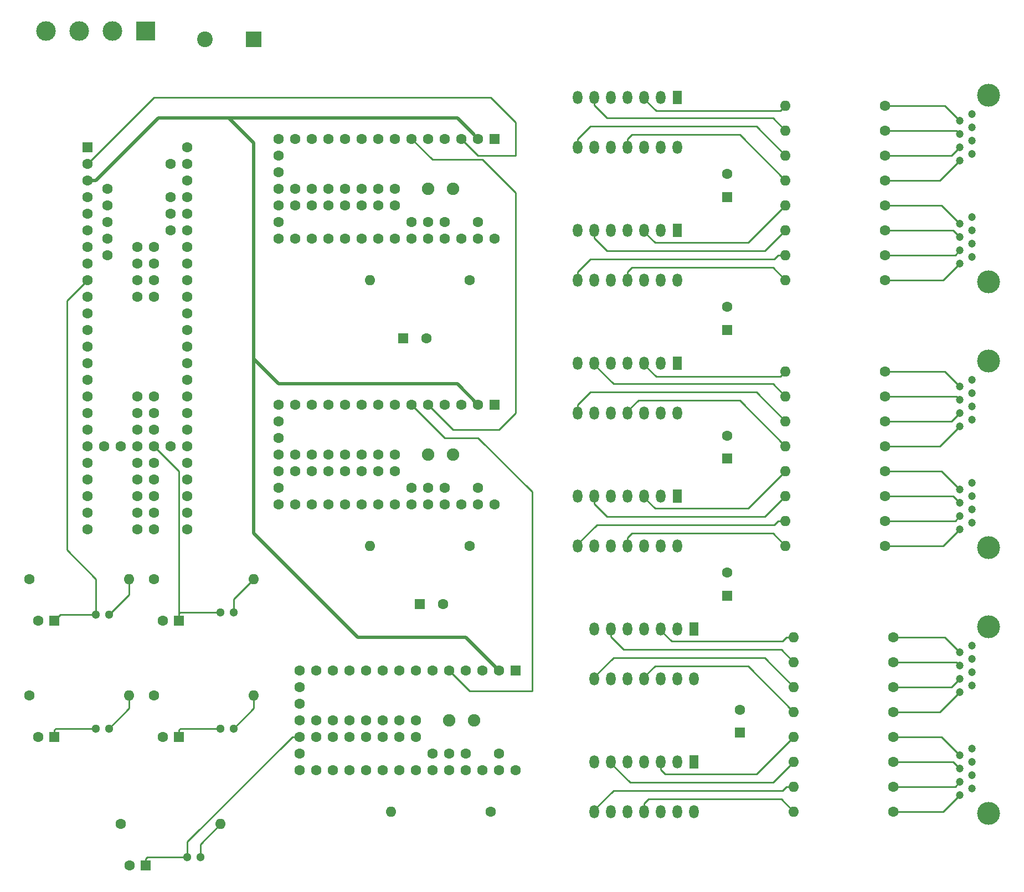
<source format=gbr>
G04 #@! TF.GenerationSoftware,KiCad,Pcbnew,5.1.3-ffb9f22~84~ubuntu18.04.1*
G04 #@! TF.CreationDate,2019-08-01T16:23:33-04:00*
G04 #@! TF.ProjectId,firstPCB,66697273-7450-4434-922e-6b696361645f,rev?*
G04 #@! TF.SameCoordinates,Original*
G04 #@! TF.FileFunction,Copper,L1,Top*
G04 #@! TF.FilePolarity,Positive*
%FSLAX46Y46*%
G04 Gerber Fmt 4.6, Leading zero omitted, Abs format (unit mm)*
G04 Created by KiCad (PCBNEW 5.1.3-ffb9f22~84~ubuntu18.04.1) date 2019-08-01 16:23:33*
%MOMM*%
%LPD*%
G04 APERTURE LIST*
%ADD10C,1.300000*%
%ADD11C,3.500000*%
%ADD12C,1.200000*%
%ADD13O,1.440000X2.000000*%
%ADD14R,1.440000X2.000000*%
%ADD15C,2.400000*%
%ADD16R,2.400000X2.400000*%
%ADD17C,1.600000*%
%ADD18R,1.600000X1.600000*%
%ADD19C,3.000000*%
%ADD20R,3.000000X3.000000*%
%ADD21O,1.600000X1.600000*%
%ADD22C,1.900000*%
%ADD23C,0.250000*%
%ADD24C,0.500000*%
G04 APERTURE END LIST*
D10*
X101060000Y-169298401D03*
X99060000Y-169298401D03*
D11*
X235460000Y-171100000D03*
X235460000Y-199640000D03*
D12*
X231140000Y-181100000D03*
X231140000Y-175010000D03*
X232920000Y-176020000D03*
X232920000Y-178050000D03*
X232920000Y-173990000D03*
X232920000Y-180080000D03*
X231140000Y-179070000D03*
X231140000Y-177040000D03*
X232920000Y-195830000D03*
X232920000Y-189740000D03*
X232920000Y-193800000D03*
X232920000Y-191770000D03*
X231140000Y-190760000D03*
X231140000Y-192790000D03*
X231140000Y-194820000D03*
X231140000Y-196850000D03*
D11*
X235460000Y-130460000D03*
X235460000Y-159000000D03*
D12*
X231140000Y-140460000D03*
X231140000Y-134370000D03*
X232920000Y-135380000D03*
X232920000Y-137410000D03*
X232920000Y-133350000D03*
X232920000Y-139440000D03*
X231140000Y-138430000D03*
X231140000Y-136400000D03*
X232920000Y-155190000D03*
X232920000Y-149100000D03*
X232920000Y-153160000D03*
X232920000Y-151130000D03*
X231140000Y-150120000D03*
X231140000Y-152150000D03*
X231140000Y-154180000D03*
X231140000Y-156210000D03*
D11*
X235460000Y-89820000D03*
X235460000Y-118360000D03*
D12*
X231140000Y-99820000D03*
X231140000Y-93730000D03*
X232920000Y-94740000D03*
X232920000Y-96770000D03*
X232920000Y-92710000D03*
X232920000Y-98800000D03*
X231140000Y-97790000D03*
X231140000Y-95760000D03*
X232920000Y-114550000D03*
X232920000Y-108460000D03*
X232920000Y-112520000D03*
X232920000Y-110490000D03*
X231140000Y-109480000D03*
X231140000Y-111510000D03*
X231140000Y-113540000D03*
X231140000Y-115570000D03*
D13*
X172720000Y-118110000D03*
X172720000Y-110490000D03*
X175260000Y-118110000D03*
X175260000Y-110490000D03*
X177800000Y-118110000D03*
X177800000Y-110490000D03*
X180340000Y-118110000D03*
X180340000Y-110490000D03*
X182880000Y-118110000D03*
X182880000Y-110490000D03*
X185420000Y-118110000D03*
X185420000Y-110490000D03*
X187960000Y-118110000D03*
D14*
X187960000Y-110490000D03*
D15*
X115690000Y-81280000D03*
D16*
X123190000Y-81280000D03*
D17*
X90210000Y-170180000D03*
D18*
X92710000Y-170180000D03*
D17*
X152090000Y-167640000D03*
D18*
X148590000Y-167640000D03*
D17*
X149550000Y-127000000D03*
D18*
X146050000Y-127000000D03*
D17*
X195580000Y-101910000D03*
D18*
X195580000Y-105410000D03*
D17*
X195580000Y-162870000D03*
D18*
X195580000Y-166370000D03*
D17*
X195580000Y-122230000D03*
D18*
X195580000Y-125730000D03*
D17*
X197485000Y-183825000D03*
D18*
X197485000Y-187325000D03*
D17*
X195580000Y-141915000D03*
D18*
X195580000Y-145415000D03*
D17*
X109260000Y-170180000D03*
D18*
X111760000Y-170180000D03*
D17*
X90210000Y-187960000D03*
D18*
X92710000Y-187960000D03*
D17*
X109260000Y-187960000D03*
D18*
X111760000Y-187960000D03*
D17*
X104180000Y-207645000D03*
D18*
X106680000Y-207645000D03*
D19*
X91440000Y-80010000D03*
D20*
X106680000Y-80010000D03*
D19*
X96520000Y-80010000D03*
X101600000Y-80010000D03*
D10*
X120110000Y-168910000D03*
X118110000Y-168910000D03*
X101060000Y-186690000D03*
X99060000Y-186690000D03*
X120110000Y-186690000D03*
X118110000Y-186690000D03*
X115030000Y-206375000D03*
X113030000Y-206375000D03*
D21*
X204470000Y-91440000D03*
D17*
X219710000Y-91440000D03*
D21*
X204470000Y-95250000D03*
D17*
X219710000Y-95250000D03*
D21*
X204470000Y-99060000D03*
D17*
X219710000Y-99060000D03*
D21*
X204470000Y-102870000D03*
D17*
X219710000Y-102870000D03*
D21*
X204470000Y-106680000D03*
D17*
X219710000Y-106680000D03*
D21*
X204470000Y-110490000D03*
D17*
X219710000Y-110490000D03*
D21*
X204470000Y-114300000D03*
D17*
X219710000Y-114300000D03*
D21*
X204470000Y-118110000D03*
D17*
X219710000Y-118110000D03*
D21*
X204470000Y-132080000D03*
D17*
X219710000Y-132080000D03*
D21*
X204470000Y-135890000D03*
D17*
X219710000Y-135890000D03*
D21*
X204470000Y-139700000D03*
D17*
X219710000Y-139700000D03*
D21*
X204470000Y-143510000D03*
D17*
X219710000Y-143510000D03*
D21*
X204470000Y-147320000D03*
D17*
X219710000Y-147320000D03*
D21*
X204470000Y-151130000D03*
D17*
X219710000Y-151130000D03*
D21*
X204470000Y-154940000D03*
D17*
X219710000Y-154940000D03*
D21*
X204470000Y-158750000D03*
D17*
X219710000Y-158750000D03*
D21*
X205740000Y-172720000D03*
D17*
X220980000Y-172720000D03*
D21*
X205740000Y-176530000D03*
D17*
X220980000Y-176530000D03*
D21*
X205740000Y-180340000D03*
D17*
X220980000Y-180340000D03*
D21*
X205740000Y-184150000D03*
D17*
X220980000Y-184150000D03*
D21*
X205740000Y-187960000D03*
D17*
X220980000Y-187960000D03*
D21*
X205740000Y-191770000D03*
D17*
X220980000Y-191770000D03*
D21*
X205740000Y-195580000D03*
D17*
X220980000Y-195580000D03*
D21*
X205740000Y-199390000D03*
D17*
X220980000Y-199390000D03*
D21*
X144145000Y-199390000D03*
D17*
X159385000Y-199390000D03*
D21*
X140970000Y-158750000D03*
D17*
X156210000Y-158750000D03*
D21*
X140970000Y-118110000D03*
D17*
X156210000Y-118110000D03*
D21*
X104140000Y-163830000D03*
D17*
X88900000Y-163830000D03*
D21*
X123190000Y-163830000D03*
D17*
X107950000Y-163830000D03*
D21*
X104140000Y-181610000D03*
D17*
X88900000Y-181610000D03*
D21*
X123190000Y-181610000D03*
D17*
X107950000Y-181610000D03*
D21*
X118110000Y-201295000D03*
D17*
X102870000Y-201295000D03*
X97790000Y-138430000D03*
X97790000Y-140970000D03*
X97790000Y-143510000D03*
X97790000Y-146050000D03*
X97790000Y-135890000D03*
X97790000Y-133350000D03*
X97790000Y-130810000D03*
X97790000Y-148590000D03*
X97790000Y-151130000D03*
X97790000Y-153670000D03*
X97790000Y-156210000D03*
X100330000Y-143510000D03*
X102870000Y-143510000D03*
X105410000Y-143510000D03*
X107950000Y-143510000D03*
X110490000Y-143510000D03*
X113030000Y-156210000D03*
X113030000Y-153670000D03*
X113030000Y-151130000D03*
X113030000Y-148590000D03*
X113030000Y-146050000D03*
X113030000Y-143510000D03*
X113030000Y-140970000D03*
X113030000Y-138430000D03*
X97790000Y-128270000D03*
X97790000Y-125730000D03*
X97790000Y-123190000D03*
X97790000Y-120650000D03*
X97790000Y-118110000D03*
X97790000Y-115570000D03*
X97790000Y-113030000D03*
X97790000Y-110490000D03*
X97790000Y-107950000D03*
X97790000Y-105410000D03*
X97790000Y-102870000D03*
X97790000Y-100330000D03*
D18*
X97790000Y-97790000D03*
D17*
X113030000Y-135890000D03*
X113030000Y-133350000D03*
X113030000Y-130810000D03*
X113030000Y-128270000D03*
X113030000Y-125730000D03*
X113030000Y-123190000D03*
X113030000Y-120650000D03*
X113030000Y-118110000D03*
X113030000Y-115570000D03*
X113030000Y-113030000D03*
X113030000Y-110490000D03*
X113030000Y-107950000D03*
X113030000Y-105410000D03*
X113030000Y-102870000D03*
X113030000Y-100330000D03*
X113030000Y-97790000D03*
X110490000Y-100330000D03*
X110490000Y-105410000D03*
X110490000Y-107950000D03*
X110490000Y-110490000D03*
X105410000Y-113030000D03*
X105410000Y-115570000D03*
X105410000Y-118110000D03*
X105410000Y-120650000D03*
X105410000Y-135890000D03*
X105410000Y-138430000D03*
X105410000Y-140970000D03*
X105410000Y-146050000D03*
X105410000Y-148590000D03*
X105410000Y-151130000D03*
X105410000Y-153670000D03*
X105410000Y-156210000D03*
X107950000Y-156210000D03*
X107950000Y-153670000D03*
X107950000Y-151130000D03*
X107950000Y-148590000D03*
X107950000Y-146050000D03*
X107950000Y-140970000D03*
X107950000Y-138430000D03*
X107950000Y-135890000D03*
X107950000Y-120650000D03*
X107950000Y-118110000D03*
X107950000Y-115570000D03*
X107950000Y-113030000D03*
X100790000Y-104140000D03*
X100790000Y-106680000D03*
X100790000Y-109220000D03*
X100790000Y-111760000D03*
X100790000Y-114300000D03*
X127000000Y-104140000D03*
X127000000Y-106680000D03*
X127000000Y-109220000D03*
X127000000Y-111760000D03*
X127000000Y-101600000D03*
X127000000Y-99060000D03*
X127000000Y-96520000D03*
X129540000Y-111760000D03*
X132080000Y-111760000D03*
X134620000Y-111760000D03*
X137160000Y-111760000D03*
X139700000Y-111760000D03*
X142240000Y-111760000D03*
X144780000Y-111760000D03*
X147320000Y-111760000D03*
X149860000Y-111760000D03*
X152400000Y-111760000D03*
X154940000Y-111760000D03*
X157480000Y-111760000D03*
X160020000Y-111760000D03*
X157480000Y-109220000D03*
X152400000Y-109220000D03*
X149860000Y-109220000D03*
X147320000Y-109220000D03*
X129540000Y-96520000D03*
X132080000Y-96520000D03*
X134620000Y-96520000D03*
X137160000Y-96520000D03*
X139700000Y-96520000D03*
X142240000Y-96520000D03*
X144780000Y-96520000D03*
X147320000Y-96520000D03*
X149860000Y-96520000D03*
X152400000Y-96520000D03*
X154940000Y-96520000D03*
X157480000Y-96520000D03*
D18*
X160020000Y-96520000D03*
D17*
X144780000Y-104140000D03*
X142240000Y-104140000D03*
X139700000Y-104140000D03*
X137160000Y-104140000D03*
X134620000Y-104140000D03*
X132080000Y-104140000D03*
X129540000Y-104140000D03*
X129540000Y-106680000D03*
X132080000Y-106680000D03*
X134620000Y-106680000D03*
X137160000Y-106680000D03*
X139700000Y-106680000D03*
X142240000Y-106680000D03*
X144780000Y-106680000D03*
D22*
X149860000Y-104140000D03*
X153670000Y-104140000D03*
D17*
X127000000Y-144780000D03*
X127000000Y-147320000D03*
X127000000Y-149860000D03*
X127000000Y-152400000D03*
X127000000Y-142240000D03*
X127000000Y-139700000D03*
X127000000Y-137160000D03*
X129540000Y-152400000D03*
X132080000Y-152400000D03*
X134620000Y-152400000D03*
X137160000Y-152400000D03*
X139700000Y-152400000D03*
X142240000Y-152400000D03*
X144780000Y-152400000D03*
X147320000Y-152400000D03*
X149860000Y-152400000D03*
X152400000Y-152400000D03*
X154940000Y-152400000D03*
X157480000Y-152400000D03*
X160020000Y-152400000D03*
X157480000Y-149860000D03*
X152400000Y-149860000D03*
X149860000Y-149860000D03*
X147320000Y-149860000D03*
X129540000Y-137160000D03*
X132080000Y-137160000D03*
X134620000Y-137160000D03*
X137160000Y-137160000D03*
X139700000Y-137160000D03*
X142240000Y-137160000D03*
X144780000Y-137160000D03*
X147320000Y-137160000D03*
X149860000Y-137160000D03*
X152400000Y-137160000D03*
X154940000Y-137160000D03*
X157480000Y-137160000D03*
D18*
X160020000Y-137160000D03*
D17*
X144780000Y-144780000D03*
X142240000Y-144780000D03*
X139700000Y-144780000D03*
X137160000Y-144780000D03*
X134620000Y-144780000D03*
X132080000Y-144780000D03*
X129540000Y-144780000D03*
X129540000Y-147320000D03*
X132080000Y-147320000D03*
X134620000Y-147320000D03*
X137160000Y-147320000D03*
X139700000Y-147320000D03*
X142240000Y-147320000D03*
X144780000Y-147320000D03*
D22*
X149860000Y-144780000D03*
X153670000Y-144780000D03*
D17*
X130175000Y-185420000D03*
X130175000Y-187960000D03*
X130175000Y-190500000D03*
X130175000Y-193040000D03*
X130175000Y-182880000D03*
X130175000Y-180340000D03*
X130175000Y-177800000D03*
X132715000Y-193040000D03*
X135255000Y-193040000D03*
X137795000Y-193040000D03*
X140335000Y-193040000D03*
X142875000Y-193040000D03*
X145415000Y-193040000D03*
X147955000Y-193040000D03*
X150495000Y-193040000D03*
X153035000Y-193040000D03*
X155575000Y-193040000D03*
X158115000Y-193040000D03*
X160655000Y-193040000D03*
X163195000Y-193040000D03*
X160655000Y-190500000D03*
X155575000Y-190500000D03*
X153035000Y-190500000D03*
X150495000Y-190500000D03*
X132715000Y-177800000D03*
X135255000Y-177800000D03*
X137795000Y-177800000D03*
X140335000Y-177800000D03*
X142875000Y-177800000D03*
X145415000Y-177800000D03*
X147955000Y-177800000D03*
X150495000Y-177800000D03*
X153035000Y-177800000D03*
X155575000Y-177800000D03*
X158115000Y-177800000D03*
X160655000Y-177800000D03*
D18*
X163195000Y-177800000D03*
D17*
X147955000Y-185420000D03*
X145415000Y-185420000D03*
X142875000Y-185420000D03*
X140335000Y-185420000D03*
X137795000Y-185420000D03*
X135255000Y-185420000D03*
X132715000Y-185420000D03*
X132715000Y-187960000D03*
X135255000Y-187960000D03*
X137795000Y-187960000D03*
X140335000Y-187960000D03*
X142875000Y-187960000D03*
X145415000Y-187960000D03*
X147955000Y-187960000D03*
D22*
X153035000Y-185420000D03*
X156845000Y-185420000D03*
D13*
X172720000Y-97790000D03*
X172720000Y-90170000D03*
X175260000Y-97790000D03*
X175260000Y-90170000D03*
X177800000Y-97790000D03*
X177800000Y-90170000D03*
X180340000Y-97790000D03*
X180340000Y-90170000D03*
X182880000Y-97790000D03*
X182880000Y-90170000D03*
X185420000Y-97790000D03*
X185420000Y-90170000D03*
X187960000Y-97790000D03*
D14*
X187960000Y-90170000D03*
D13*
X172720000Y-138430000D03*
X172720000Y-130810000D03*
X175260000Y-138430000D03*
X175260000Y-130810000D03*
X177800000Y-138430000D03*
X177800000Y-130810000D03*
X180340000Y-138430000D03*
X180340000Y-130810000D03*
X182880000Y-138430000D03*
X182880000Y-130810000D03*
X185420000Y-138430000D03*
X185420000Y-130810000D03*
X187960000Y-138430000D03*
D14*
X187960000Y-130810000D03*
D13*
X172720000Y-158750000D03*
X172720000Y-151130000D03*
X175260000Y-158750000D03*
X175260000Y-151130000D03*
X177800000Y-158750000D03*
X177800000Y-151130000D03*
X180340000Y-158750000D03*
X180340000Y-151130000D03*
X182880000Y-158750000D03*
X182880000Y-151130000D03*
X185420000Y-158750000D03*
X185420000Y-151130000D03*
X187960000Y-158750000D03*
D14*
X187960000Y-151130000D03*
D13*
X175260000Y-179070000D03*
X175260000Y-171450000D03*
X177800000Y-179070000D03*
X177800000Y-171450000D03*
X180340000Y-179070000D03*
X180340000Y-171450000D03*
X182880000Y-179070000D03*
X182880000Y-171450000D03*
X185420000Y-179070000D03*
X185420000Y-171450000D03*
X187960000Y-179070000D03*
X187960000Y-171450000D03*
X190500000Y-179070000D03*
D14*
X190500000Y-171450000D03*
D13*
X175260000Y-199390000D03*
X175260000Y-191770000D03*
X177800000Y-199390000D03*
X177800000Y-191770000D03*
X180340000Y-199390000D03*
X180340000Y-191770000D03*
X182880000Y-199390000D03*
X182880000Y-191770000D03*
X185420000Y-199390000D03*
X185420000Y-191770000D03*
X187960000Y-199390000D03*
X187960000Y-191770000D03*
X190500000Y-199390000D03*
D14*
X190500000Y-191770000D03*
D23*
X93591599Y-169298401D02*
X92710000Y-170180000D01*
X99060000Y-169298401D02*
X93591599Y-169298401D01*
X99060000Y-169298401D02*
X99060000Y-163830000D01*
X99060000Y-163830000D02*
X94615000Y-159385000D01*
X94615000Y-121285000D02*
X97790000Y-118110000D01*
X94615000Y-159385000D02*
X94615000Y-121285000D01*
X229870000Y-99060000D02*
X231140000Y-97790000D01*
X219710000Y-99060000D02*
X229870000Y-99060000D01*
X228850000Y-91440000D02*
X231140000Y-93730000D01*
X219710000Y-91440000D02*
X228850000Y-91440000D01*
X230380000Y-114300000D02*
X231140000Y-113540000D01*
X219710000Y-114300000D02*
X230380000Y-114300000D01*
X228340000Y-106680000D02*
X231140000Y-109480000D01*
X219710000Y-106680000D02*
X228340000Y-106680000D01*
X229870000Y-139700000D02*
X231140000Y-138430000D01*
X219710000Y-139700000D02*
X229870000Y-139700000D01*
X228850000Y-132080000D02*
X231140000Y-134370000D01*
X219710000Y-132080000D02*
X228850000Y-132080000D01*
X230380000Y-154940000D02*
X231140000Y-154180000D01*
X219710000Y-154940000D02*
X230380000Y-154940000D01*
X228340000Y-147320000D02*
X231140000Y-150120000D01*
X219710000Y-147320000D02*
X228340000Y-147320000D01*
X228340000Y-187960000D02*
X231140000Y-190760000D01*
X220980000Y-187960000D02*
X228340000Y-187960000D01*
X230380000Y-195580000D02*
X231140000Y-194820000D01*
X220980000Y-195580000D02*
X230380000Y-195580000D01*
X228850000Y-172720000D02*
X231140000Y-175010000D01*
X220980000Y-172720000D02*
X228850000Y-172720000D01*
X229870000Y-180340000D02*
X231140000Y-179070000D01*
X220980000Y-180340000D02*
X229870000Y-180340000D01*
X104140000Y-166218401D02*
X104140000Y-163830000D01*
X101060000Y-169298401D02*
X104140000Y-166218401D01*
X97790000Y-100330000D02*
X107950000Y-90170000D01*
X107950000Y-90170000D02*
X159385000Y-90170000D01*
X159385000Y-90170000D02*
X163195000Y-93980000D01*
X163195000Y-93980000D02*
X163195000Y-99060000D01*
X157480000Y-99060000D02*
X154940000Y-96520000D01*
X163195000Y-99060000D02*
X157480000Y-99060000D01*
D24*
X97790000Y-102870000D02*
X99060000Y-102870000D01*
X99060000Y-102870000D02*
X108585000Y-93345000D01*
X156680001Y-95720001D02*
X157480000Y-96520000D01*
X154305000Y-93345000D02*
X156680001Y-95720001D01*
X119380000Y-93345000D02*
X123190000Y-97155000D01*
X119380000Y-93345000D02*
X154305000Y-93345000D01*
X108585000Y-93345000D02*
X119380000Y-93345000D01*
X123190000Y-156845000D02*
X139065000Y-172720000D01*
X155575000Y-172720000D02*
X160655000Y-177800000D01*
X139065000Y-172720000D02*
X155575000Y-172720000D01*
X123190000Y-97155000D02*
X123190000Y-129540000D01*
X157480000Y-137160000D02*
X154305000Y-133985000D01*
X127000000Y-133985000D02*
X123190000Y-130175000D01*
X154305000Y-133985000D02*
X127000000Y-133985000D01*
X123190000Y-129540000D02*
X123190000Y-130175000D01*
X123190000Y-130175000D02*
X123190000Y-156845000D01*
D23*
X147320000Y-137160000D02*
X152400000Y-142240000D01*
X152400000Y-142240000D02*
X157480000Y-142240000D01*
X153035000Y-177800000D02*
X156210000Y-180975000D01*
X156210000Y-180975000D02*
X165735000Y-180975000D01*
X165735000Y-180975000D02*
X165735000Y-150495000D01*
X165735000Y-150495000D02*
X157480000Y-142240000D01*
X150495000Y-99695000D02*
X158115000Y-99695000D01*
X147320000Y-96520000D02*
X150495000Y-99695000D01*
X158115000Y-99695000D02*
X163195000Y-104775000D01*
X153670000Y-140970000D02*
X160655000Y-140970000D01*
X149860000Y-137160000D02*
X153670000Y-140970000D01*
X160655000Y-140970000D02*
X163195000Y-138430000D01*
X163195000Y-138430000D02*
X163195000Y-135890000D01*
X163195000Y-104775000D02*
X163195000Y-135890000D01*
X163195000Y-135890000D02*
X163195000Y-136170002D01*
X111760000Y-169130000D02*
X111760000Y-170180000D01*
X111980000Y-168910000D02*
X111760000Y-169130000D01*
X118110000Y-168910000D02*
X111980000Y-168910000D01*
X111760000Y-147320000D02*
X107950000Y-143510000D01*
X111760000Y-170180000D02*
X111760000Y-147320000D01*
X92710000Y-186910000D02*
X92710000Y-187960000D01*
X92930000Y-186690000D02*
X92710000Y-186910000D01*
X99060000Y-186690000D02*
X92930000Y-186690000D01*
X111760000Y-186910000D02*
X111760000Y-187960000D01*
X111980000Y-186690000D02*
X111760000Y-186910000D01*
X118110000Y-186690000D02*
X111980000Y-186690000D01*
X106900000Y-206375000D02*
X106680000Y-206595000D01*
X106680000Y-206595000D02*
X106680000Y-207645000D01*
X113030000Y-206375000D02*
X106900000Y-206375000D01*
X129043630Y-187960000D02*
X130175000Y-187960000D01*
X113030000Y-203973630D02*
X129043630Y-187960000D01*
X113030000Y-206375000D02*
X113030000Y-203973630D01*
X120110000Y-166910000D02*
X123190000Y-163830000D01*
X120110000Y-168910000D02*
X120110000Y-166910000D01*
X104140000Y-183610000D02*
X104140000Y-181610000D01*
X101060000Y-186690000D02*
X104140000Y-183610000D01*
X123190000Y-183610000D02*
X123190000Y-181610000D01*
X120110000Y-186690000D02*
X123190000Y-183610000D01*
X115030000Y-204375000D02*
X118110000Y-201295000D01*
X115030000Y-206375000D02*
X115030000Y-204375000D01*
X228090000Y-102870000D02*
X231140000Y-99820000D01*
X219710000Y-102870000D02*
X228090000Y-102870000D01*
X230630000Y-95250000D02*
X231140000Y-95760000D01*
X219710000Y-95250000D02*
X230630000Y-95250000D01*
X230120000Y-110490000D02*
X231140000Y-111510000D01*
X219710000Y-110490000D02*
X230120000Y-110490000D01*
X228600000Y-118110000D02*
X231140000Y-115570000D01*
X219710000Y-118110000D02*
X228600000Y-118110000D01*
X228090000Y-143510000D02*
X231140000Y-140460000D01*
X219710000Y-143510000D02*
X228090000Y-143510000D01*
X230630000Y-135890000D02*
X231140000Y-136400000D01*
X219710000Y-135890000D02*
X230630000Y-135890000D01*
X230120000Y-151130000D02*
X231140000Y-152150000D01*
X219710000Y-151130000D02*
X230120000Y-151130000D01*
X228600000Y-158750000D02*
X231140000Y-156210000D01*
X219710000Y-158750000D02*
X228600000Y-158750000D01*
X228090000Y-184150000D02*
X231140000Y-181100000D01*
X220980000Y-184150000D02*
X228090000Y-184150000D01*
X230630000Y-176530000D02*
X231140000Y-177040000D01*
X220980000Y-176530000D02*
X230630000Y-176530000D01*
X230540001Y-192190001D02*
X231140000Y-192790000D01*
X230120000Y-191770000D02*
X230540001Y-192190001D01*
X220980000Y-191770000D02*
X230120000Y-191770000D01*
X228600000Y-199390000D02*
X231140000Y-196850000D01*
X220980000Y-199390000D02*
X228600000Y-199390000D01*
X175260000Y-91420000D02*
X177185000Y-93345000D01*
X175260000Y-90170000D02*
X175260000Y-91420000D01*
X202565000Y-93345000D02*
X204470000Y-95250000D01*
X177185000Y-93345000D02*
X202565000Y-93345000D01*
X203670001Y-92239999D02*
X204470000Y-91440000D01*
X184669999Y-92239999D02*
X203670001Y-92239999D01*
X182880000Y-90450000D02*
X184669999Y-92239999D01*
X182880000Y-90170000D02*
X182880000Y-90450000D01*
X180340000Y-96540000D02*
X180995000Y-95885000D01*
X180340000Y-97790000D02*
X180340000Y-96540000D01*
X197485000Y-95885000D02*
X204470000Y-102870000D01*
X180995000Y-95885000D02*
X197485000Y-95885000D01*
X172720000Y-96540000D02*
X174645000Y-94615000D01*
X172720000Y-97790000D02*
X172720000Y-96540000D01*
X200025000Y-94615000D02*
X204470000Y-99060000D01*
X174645000Y-94615000D02*
X200025000Y-94615000D01*
X175260000Y-111740000D02*
X177185000Y-113665000D01*
X175260000Y-110490000D02*
X175260000Y-111740000D01*
X201295000Y-113665000D02*
X204470000Y-110490000D01*
X177185000Y-113665000D02*
X201295000Y-113665000D01*
X182880000Y-110770000D02*
X184505000Y-112395000D01*
X182880000Y-110490000D02*
X182880000Y-110770000D01*
X198755000Y-112395000D02*
X204470000Y-106680000D01*
X184505000Y-112395000D02*
X198755000Y-112395000D01*
X180340000Y-116860000D02*
X180995000Y-116205000D01*
X180340000Y-118110000D02*
X180340000Y-116860000D01*
X202565000Y-116205000D02*
X204470000Y-118110000D01*
X180995000Y-116205000D02*
X202565000Y-116205000D01*
X174645000Y-114935000D02*
X172720000Y-116860000D01*
X202703630Y-114935000D02*
X174645000Y-114935000D01*
X172720000Y-116860000D02*
X172720000Y-118110000D01*
X203338630Y-114300000D02*
X202703630Y-114935000D01*
X204470000Y-114300000D02*
X203338630Y-114300000D01*
X184669999Y-132879999D02*
X203670001Y-132879999D01*
X203670001Y-132879999D02*
X204470000Y-132080000D01*
X182880000Y-131090000D02*
X184669999Y-132879999D01*
X182880000Y-130810000D02*
X182880000Y-131090000D01*
X175260000Y-131090000D02*
X178155000Y-133985000D01*
X175260000Y-130810000D02*
X175260000Y-131090000D01*
X202565000Y-133985000D02*
X204470000Y-135890000D01*
X178155000Y-133985000D02*
X202565000Y-133985000D01*
X172720000Y-137180000D02*
X174645000Y-135255000D01*
X172720000Y-138430000D02*
X172720000Y-137180000D01*
X200025000Y-135255000D02*
X204470000Y-139700000D01*
X174645000Y-135255000D02*
X200025000Y-135255000D01*
X180340000Y-138150000D02*
X181965000Y-136525000D01*
X180340000Y-138430000D02*
X180340000Y-138150000D01*
X197485000Y-136525000D02*
X204470000Y-143510000D01*
X181965000Y-136525000D02*
X197485000Y-136525000D01*
X182880000Y-151410000D02*
X184505000Y-153035000D01*
X182880000Y-151130000D02*
X182880000Y-151410000D01*
X198755000Y-153035000D02*
X204470000Y-147320000D01*
X184505000Y-153035000D02*
X198755000Y-153035000D01*
X175260000Y-152380000D02*
X177185000Y-154305000D01*
X175260000Y-151130000D02*
X175260000Y-152380000D01*
X201295000Y-154305000D02*
X204470000Y-151130000D01*
X177185000Y-154305000D02*
X201295000Y-154305000D01*
X203338630Y-154940000D02*
X202703630Y-155575000D01*
X204470000Y-154940000D02*
X203338630Y-154940000D01*
X172720000Y-158470000D02*
X172720000Y-158750000D01*
X175615000Y-155575000D02*
X172720000Y-158470000D01*
X202703630Y-155575000D02*
X175615000Y-155575000D01*
X180340000Y-157500000D02*
X180995000Y-156845000D01*
X180340000Y-158750000D02*
X180340000Y-157500000D01*
X202565000Y-156845000D02*
X204470000Y-158750000D01*
X180995000Y-156845000D02*
X202565000Y-156845000D01*
X185420000Y-171730000D02*
X187045000Y-173355000D01*
X185420000Y-171450000D02*
X185420000Y-171730000D01*
X204608630Y-172720000D02*
X205740000Y-172720000D01*
X203973630Y-173355000D02*
X204608630Y-172720000D01*
X187045000Y-173355000D02*
X203973630Y-173355000D01*
X177800000Y-172700000D02*
X179725000Y-174625000D01*
X177800000Y-171450000D02*
X177800000Y-172700000D01*
X203835000Y-174625000D02*
X205740000Y-176530000D01*
X179725000Y-174625000D02*
X203835000Y-174625000D01*
X175260000Y-178790000D02*
X178155000Y-175895000D01*
X175260000Y-179070000D02*
X175260000Y-178790000D01*
X201295000Y-175895000D02*
X205740000Y-180340000D01*
X178155000Y-175895000D02*
X201295000Y-175895000D01*
X182880000Y-178790000D02*
X184505000Y-177165000D01*
X182880000Y-179070000D02*
X182880000Y-178790000D01*
X198755000Y-177165000D02*
X205740000Y-184150000D01*
X184505000Y-177165000D02*
X198755000Y-177165000D01*
X185420000Y-193020000D02*
X186075000Y-193675000D01*
X185420000Y-191770000D02*
X185420000Y-193020000D01*
X200025000Y-193675000D02*
X205740000Y-187960000D01*
X186075000Y-193675000D02*
X200025000Y-193675000D01*
X177800000Y-192050000D02*
X180695000Y-194945000D01*
X177800000Y-191770000D02*
X177800000Y-192050000D01*
X202565000Y-194945000D02*
X205740000Y-191770000D01*
X180695000Y-194945000D02*
X202565000Y-194945000D01*
X204608630Y-195580000D02*
X203973630Y-196215000D01*
X205740000Y-195580000D02*
X204608630Y-195580000D01*
X175260000Y-199110000D02*
X175260000Y-199390000D01*
X178155000Y-196215000D02*
X175260000Y-199110000D01*
X203973630Y-196215000D02*
X178155000Y-196215000D01*
X182880000Y-198140000D02*
X183535000Y-197485000D01*
X182880000Y-199390000D02*
X182880000Y-198140000D01*
X203835000Y-197485000D02*
X205740000Y-199390000D01*
X183535000Y-197485000D02*
X203835000Y-197485000D01*
M02*

</source>
